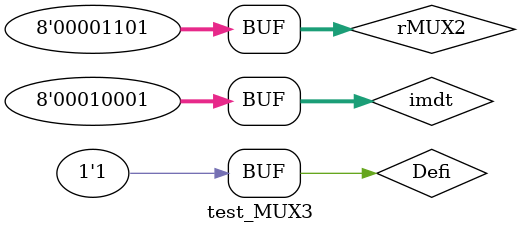
<source format=v>
module test_MUX3;
    reg [7:0] imdt;
    reg [7:0] rMUX2;
    reg Defi;
    wire [7:0] out;
    initial begin
        #1 Defi = 0; imdt = 8'b00010001; rMUX2 = 8'b00001101;

        #1 Defi = 1; 
    end
    initial begin
        $monitor("Time=%0d, controle Defi: %b, in imdt: %b, in rMUX2: %b, out: %b",
                $time, Defi, imdt, rMUX2, out);
    end
    MUX3 gate1(imdt, rMUX2, out, Defi);
endmodule


</source>
